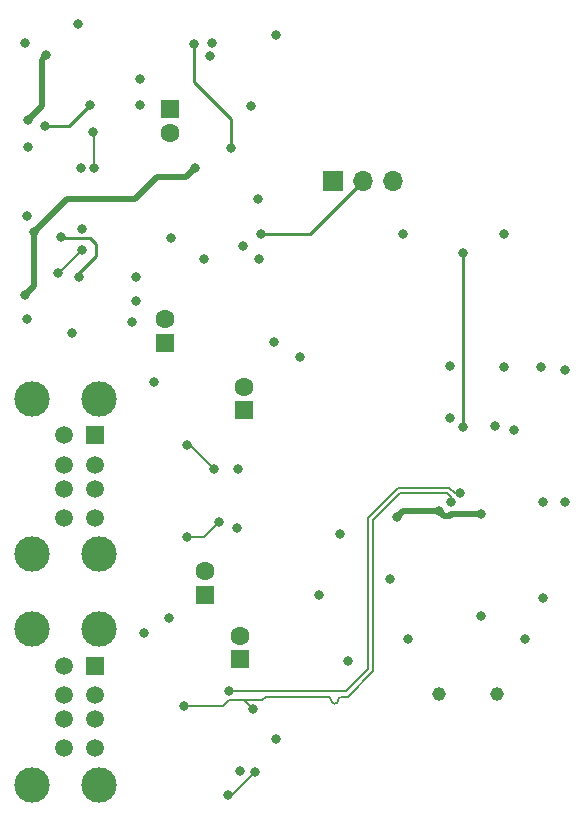
<source format=gbl>
%TF.GenerationSoftware,KiCad,Pcbnew,(6.0.10)*%
%TF.CreationDate,2023-01-17T15:39:29+01:00*%
%TF.ProjectId,kvm,6b766d2e-6b69-4636-9164-5f7063625858,v01*%
%TF.SameCoordinates,Original*%
%TF.FileFunction,Copper,L4,Bot*%
%TF.FilePolarity,Positive*%
%FSLAX46Y46*%
G04 Gerber Fmt 4.6, Leading zero omitted, Abs format (unit mm)*
G04 Created by KiCad (PCBNEW (6.0.10)) date 2023-01-17 15:39:29*
%MOMM*%
%LPD*%
G01*
G04 APERTURE LIST*
%TA.AperFunction,ComponentPad*%
%ADD10R,1.500000X1.500000*%
%TD*%
%TA.AperFunction,ComponentPad*%
%ADD11C,1.500000*%
%TD*%
%TA.AperFunction,ComponentPad*%
%ADD12C,3.000000*%
%TD*%
%TA.AperFunction,ComponentPad*%
%ADD13R,1.600000X1.600000*%
%TD*%
%TA.AperFunction,ComponentPad*%
%ADD14C,1.600000*%
%TD*%
%TA.AperFunction,ComponentPad*%
%ADD15R,1.700000X1.700000*%
%TD*%
%TA.AperFunction,ComponentPad*%
%ADD16O,1.700000X1.700000*%
%TD*%
%TA.AperFunction,ComponentPad*%
%ADD17C,1.155000*%
%TD*%
%TA.AperFunction,ViaPad*%
%ADD18C,0.800000*%
%TD*%
%TA.AperFunction,Conductor*%
%ADD19C,0.500000*%
%TD*%
%TA.AperFunction,Conductor*%
%ADD20C,0.250000*%
%TD*%
%TA.AperFunction,Conductor*%
%ADD21C,0.200000*%
%TD*%
G04 APERTURE END LIST*
D10*
X74825000Y-76129000D03*
D11*
X74825000Y-78629000D03*
X74825000Y-80629000D03*
X74825000Y-83129000D03*
X72205000Y-76129000D03*
X72205000Y-78629000D03*
X72205000Y-80629000D03*
X72205000Y-83129000D03*
D12*
X75175000Y-86199000D03*
X69495000Y-73059000D03*
X75175000Y-73059000D03*
X69495000Y-86199000D03*
D13*
X80772000Y-68302339D03*
D14*
X80772000Y-66302339D03*
D13*
X87503000Y-74009000D03*
D14*
X87503000Y-72009000D03*
D15*
X95011000Y-54610000D03*
D16*
X97551000Y-54610000D03*
X100091000Y-54610000D03*
D13*
X84201000Y-89630000D03*
D14*
X84201000Y-87630000D03*
D13*
X81179500Y-48485988D03*
D14*
X81179500Y-50485988D03*
D13*
X87172800Y-95096521D03*
D14*
X87172800Y-93096521D03*
D10*
X74825000Y-95630010D03*
D11*
X74825000Y-98130010D03*
X74825000Y-100130010D03*
X74825000Y-102630010D03*
X72205000Y-95630010D03*
X72205000Y-98130010D03*
X72205000Y-100130010D03*
X72205000Y-102630010D03*
D12*
X69495000Y-92560010D03*
X75175000Y-105700010D03*
X75175000Y-92560010D03*
X69495000Y-105700010D03*
D17*
X103986000Y-98044000D03*
X108866000Y-98044000D03*
D18*
X92202000Y-69469000D03*
X86868000Y-83947000D03*
X112776000Y-89916000D03*
X104902000Y-74676000D03*
X90043000Y-68199000D03*
X87376000Y-60071000D03*
X87122000Y-104521000D03*
X88773000Y-61214000D03*
X90196500Y-42264500D03*
X88037500Y-48233500D03*
X96266000Y-95250000D03*
X108712000Y-75311000D03*
X109474000Y-59055000D03*
X73787000Y-58674000D03*
X93853000Y-89662000D03*
X69088000Y-57531000D03*
X84735500Y-42929408D03*
X114681000Y-81788000D03*
X78359000Y-64770000D03*
X84608500Y-44042500D03*
X78359000Y-62738000D03*
X84074000Y-61214000D03*
X78994000Y-92837000D03*
X78651908Y-45974000D03*
X69088000Y-66294000D03*
X68961000Y-42926000D03*
X109474000Y-70358000D03*
X104902000Y-70231000D03*
X77978000Y-66548000D03*
X72898000Y-67437000D03*
X101346000Y-93345000D03*
X81153000Y-91567000D03*
X79883000Y-71628000D03*
X107569000Y-91440000D03*
X112776000Y-81788000D03*
X110363000Y-75692000D03*
X78651908Y-48133000D03*
X95631000Y-84455000D03*
X86995000Y-78994000D03*
X111252000Y-93345000D03*
X90170000Y-101854000D03*
X73406000Y-41275000D03*
X114681000Y-70612000D03*
X73660000Y-53467000D03*
X69215000Y-51689000D03*
X81280000Y-59436000D03*
X112649000Y-70358000D03*
X88646000Y-56134000D03*
X99822000Y-88265000D03*
X100965000Y-59055000D03*
X104013000Y-82550000D03*
X107569000Y-82804000D03*
X100457000Y-83058000D03*
X83211500Y-43026500D03*
X86360000Y-51816000D03*
X106045000Y-60706000D03*
X106045000Y-75438000D03*
X88900000Y-59055000D03*
X74803000Y-53467000D03*
X74676000Y-50419000D03*
X73787000Y-60424500D03*
X71755000Y-62357000D03*
X84963000Y-78994000D03*
X82677000Y-76962000D03*
X85344000Y-83439000D03*
X82677000Y-84709000D03*
X88392000Y-104612500D03*
X86106000Y-106553000D03*
X105781232Y-81035768D03*
X86233000Y-97790000D03*
X105038768Y-81778232D03*
X82423000Y-99060000D03*
X88265000Y-99314000D03*
X69723000Y-58928000D03*
X68961000Y-64262000D03*
X83312000Y-53467000D03*
X72009000Y-59309000D03*
X73533000Y-62738000D03*
X69215000Y-49403000D03*
X70739000Y-43942000D03*
X74422000Y-48133000D03*
X70612000Y-49911000D03*
D19*
X104902000Y-82931000D02*
X104394000Y-82931000D01*
X104394000Y-82931000D02*
X104013000Y-82550000D01*
X100965000Y-82550000D02*
X100457000Y-83058000D01*
X104013000Y-82550000D02*
X100965000Y-82550000D01*
X105029000Y-82804000D02*
X104902000Y-82931000D01*
X107569000Y-82804000D02*
X105029000Y-82804000D01*
D20*
X86360000Y-49350000D02*
X86360000Y-51816000D01*
X85624500Y-48614500D02*
X86360000Y-49350000D01*
X83338500Y-46328500D02*
X85624500Y-48614500D01*
X83211500Y-46201500D02*
X83338500Y-46328500D01*
X83211500Y-43026500D02*
X83211500Y-46201500D01*
X106045000Y-60706000D02*
X106045000Y-75438000D01*
X88900000Y-59055000D02*
X93106000Y-59055000D01*
X93106000Y-59055000D02*
X97551000Y-54610000D01*
D21*
X74803000Y-53467000D02*
X74803000Y-50546000D01*
X74803000Y-50546000D02*
X74676000Y-50419000D01*
X71854500Y-62357000D02*
X71755000Y-62357000D01*
X73787000Y-60424500D02*
X71854500Y-62357000D01*
X82931000Y-76962000D02*
X82677000Y-76962000D01*
X84963000Y-78994000D02*
X82931000Y-76962000D01*
X85344000Y-83439000D02*
X84074000Y-84709000D01*
X84074000Y-84709000D02*
X82677000Y-84709000D01*
X86451500Y-106553000D02*
X86106000Y-106553000D01*
X88392000Y-104612500D02*
X86451500Y-106553000D01*
X105781232Y-81035768D02*
X105356967Y-81035768D01*
X105356967Y-81035768D02*
X104868199Y-80547000D01*
X97946000Y-83091800D02*
X97946000Y-95918800D01*
X104868199Y-80547000D02*
X100490800Y-80547000D01*
X100490800Y-80547000D02*
X97946000Y-83091800D01*
X97946000Y-95918800D02*
X96074800Y-97790000D01*
X96074800Y-97790000D02*
X86233000Y-97790000D01*
X89027000Y-98552000D02*
X89338999Y-98240001D01*
X98396000Y-83278200D02*
X100677200Y-80997000D01*
X87503000Y-98552000D02*
X87376000Y-98552000D01*
X104681801Y-80997000D02*
X105038768Y-81353967D01*
X82423000Y-99060000D02*
X85725000Y-99060000D01*
X95745999Y-98240001D02*
X95795999Y-98240001D01*
X95795999Y-98240001D02*
X96261199Y-98240001D01*
X96261199Y-98240001D02*
X98396000Y-96105200D01*
X89338999Y-98240001D02*
X94545999Y-98240001D01*
X95445999Y-98545578D02*
X95445999Y-98540001D01*
X86233000Y-98552000D02*
X87376000Y-98552000D01*
X87376000Y-98552000D02*
X89027000Y-98552000D01*
X88265000Y-99314000D02*
X87503000Y-98552000D01*
X100677200Y-80997000D02*
X104681801Y-80997000D01*
X85725000Y-99060000D02*
X86233000Y-98552000D01*
X105038768Y-81353967D02*
X105038768Y-81778232D01*
X94845999Y-98540001D02*
X94845999Y-98545578D01*
X98396000Y-96105200D02*
X98396000Y-83278200D01*
X95445978Y-98545578D02*
G75*
G02*
X95145999Y-98845578I-299978J-22D01*
G01*
X95745999Y-98239999D02*
G75*
G03*
X95445999Y-98540001I1J-300001D01*
G01*
X95145999Y-98845601D02*
G75*
G02*
X94845999Y-98545578I1J300001D01*
G01*
X94845999Y-98540001D02*
G75*
G03*
X94545999Y-98240001I-299999J1D01*
G01*
D19*
X76581000Y-56134000D02*
X78232000Y-56134000D01*
X82550000Y-54229000D02*
X83312000Y-53467000D01*
X79756000Y-54610000D02*
X80137000Y-54229000D01*
X69723000Y-63500000D02*
X69723000Y-58928000D01*
X68961000Y-64262000D02*
X69723000Y-63500000D01*
X72517000Y-56134000D02*
X76581000Y-56134000D01*
X80137000Y-54229000D02*
X82550000Y-54229000D01*
X69723000Y-58928000D02*
X72517000Y-56134000D01*
X78232000Y-56134000D02*
X79756000Y-54610000D01*
D20*
X73533000Y-62357000D02*
X73533000Y-62738000D01*
X74422000Y-59436000D02*
X74930000Y-59944000D01*
X72009000Y-59309000D02*
X72099000Y-59399000D01*
X74385000Y-59399000D02*
X74422000Y-59436000D01*
X74930000Y-59944000D02*
X74930000Y-60198000D01*
X74930000Y-60198000D02*
X74930000Y-60960000D01*
X73914000Y-61976000D02*
X73533000Y-62357000D01*
X72099000Y-59399000D02*
X74385000Y-59399000D01*
X74930000Y-60960000D02*
X73914000Y-61976000D01*
D19*
X70358000Y-44831000D02*
X70358000Y-44323000D01*
X69215000Y-49403000D02*
X70358000Y-48260000D01*
X70358000Y-44323000D02*
X70739000Y-43942000D01*
X70358000Y-48260000D02*
X70358000Y-44831000D01*
D20*
X70612000Y-49911000D02*
X72644000Y-49911000D01*
X72644000Y-49911000D02*
X74422000Y-48133000D01*
M02*

</source>
